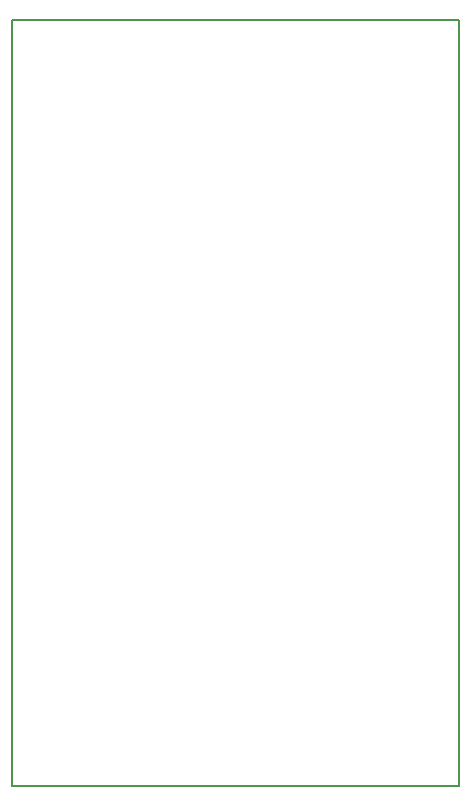
<source format=gbo>
G04 MADE WITH FRITZING*
G04 WWW.FRITZING.ORG*
G04 SINGLE SIDED*
G04 HOLES NOT PLATED*
G04 CONTOUR ON CENTER OF CONTOUR VECTOR*
%ASAXBY*%
%FSLAX23Y23*%
%MOIN*%
%OFA0B0*%
%SFA1.0B1.0*%
%ADD10R,1.496060X2.559060X1.480060X2.543060*%
%ADD11C,0.008000*%
%LNSILK0*%
G90*
G70*
G54D11*
X4Y2555D02*
X1492Y2555D01*
X1492Y4D01*
X4Y4D01*
X4Y2555D01*
D02*
G04 End of Silk0*
M02*
</source>
